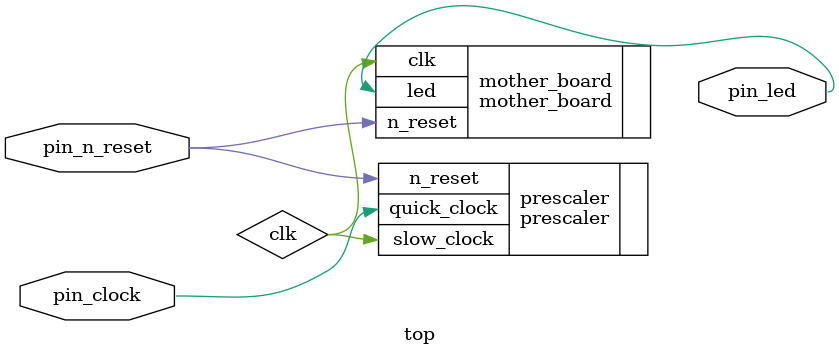
<source format=v>
module top (
    input   pin_clock,
    input   pin_n_reset,
    output  pin_led
);

    // wire
    wire    clk;

    // prescaler 100MHz->1MHz
    prescaler #(.RATIO(100)) prescaler(
        .quick_clock    (pin_clock),
        .n_reset        (pin_n_reset),
        .slow_clock     (clk)
    );

    // mpther_board
    mother_board mother_board(
        .clk        (clk),
        .n_reset    (pin_n_reset),
        .led        (pin_led)
    );

endmodule //top
</source>
